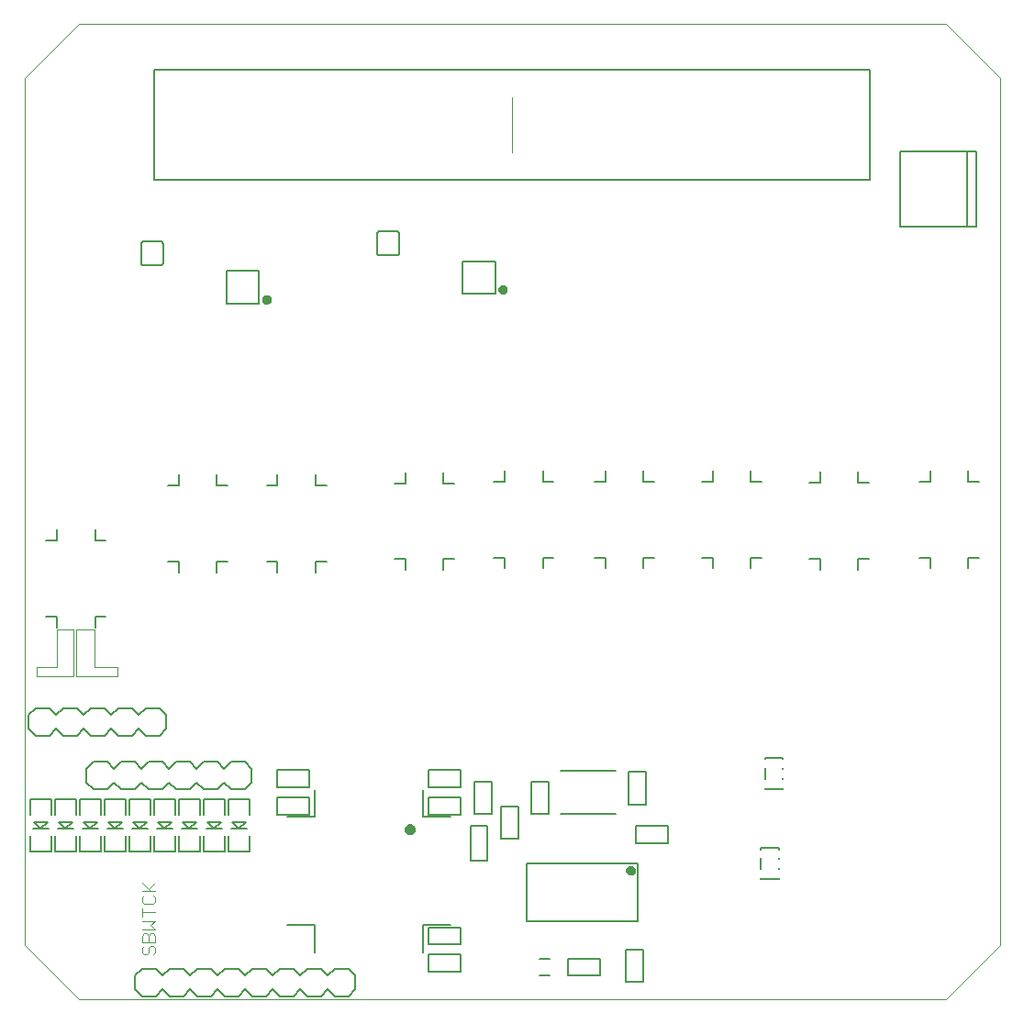
<source format=gto>
G75*
%MOIN*%
%OFA0B0*%
%FSLAX25Y25*%
%IPPOS*%
%LPD*%
%AMOC8*
5,1,8,0,0,1.08239X$1,22.5*
%
%ADD10C,0.01600*%
%ADD11C,0.00400*%
%ADD12C,0.00800*%
%ADD13C,0.00000*%
%ADD14C,0.00500*%
%ADD15C,0.02000*%
%ADD16C,0.01969*%
%ADD17C,0.00600*%
D10*
X0098100Y0265867D02*
X0098102Y0265923D01*
X0098108Y0265980D01*
X0098118Y0266035D01*
X0098132Y0266090D01*
X0098149Y0266144D01*
X0098171Y0266196D01*
X0098196Y0266246D01*
X0098224Y0266295D01*
X0098256Y0266342D01*
X0098291Y0266386D01*
X0098329Y0266428D01*
X0098370Y0266467D01*
X0098414Y0266502D01*
X0098460Y0266535D01*
X0098508Y0266564D01*
X0098558Y0266590D01*
X0098610Y0266613D01*
X0098664Y0266631D01*
X0098718Y0266646D01*
X0098773Y0266657D01*
X0098829Y0266664D01*
X0098886Y0266667D01*
X0098942Y0266666D01*
X0098999Y0266661D01*
X0099054Y0266652D01*
X0099109Y0266639D01*
X0099163Y0266622D01*
X0099216Y0266602D01*
X0099267Y0266578D01*
X0099316Y0266550D01*
X0099363Y0266519D01*
X0099408Y0266485D01*
X0099451Y0266447D01*
X0099490Y0266407D01*
X0099527Y0266364D01*
X0099560Y0266319D01*
X0099590Y0266271D01*
X0099617Y0266221D01*
X0099640Y0266170D01*
X0099660Y0266117D01*
X0099676Y0266063D01*
X0099688Y0266007D01*
X0099696Y0265952D01*
X0099700Y0265895D01*
X0099700Y0265839D01*
X0099696Y0265782D01*
X0099688Y0265727D01*
X0099676Y0265671D01*
X0099660Y0265617D01*
X0099640Y0265564D01*
X0099617Y0265513D01*
X0099590Y0265463D01*
X0099560Y0265415D01*
X0099527Y0265370D01*
X0099490Y0265327D01*
X0099451Y0265287D01*
X0099408Y0265249D01*
X0099363Y0265215D01*
X0099316Y0265184D01*
X0099267Y0265156D01*
X0099216Y0265132D01*
X0099163Y0265112D01*
X0099109Y0265095D01*
X0099054Y0265082D01*
X0098999Y0265073D01*
X0098942Y0265068D01*
X0098886Y0265067D01*
X0098829Y0265070D01*
X0098773Y0265077D01*
X0098718Y0265088D01*
X0098664Y0265103D01*
X0098610Y0265121D01*
X0098558Y0265144D01*
X0098508Y0265170D01*
X0098460Y0265199D01*
X0098414Y0265232D01*
X0098370Y0265267D01*
X0098329Y0265306D01*
X0098291Y0265348D01*
X0098256Y0265392D01*
X0098224Y0265439D01*
X0098196Y0265488D01*
X0098171Y0265538D01*
X0098149Y0265590D01*
X0098132Y0265644D01*
X0098118Y0265699D01*
X0098108Y0265754D01*
X0098102Y0265811D01*
X0098100Y0265867D01*
X0183900Y0269467D02*
X0183902Y0269523D01*
X0183908Y0269580D01*
X0183918Y0269635D01*
X0183932Y0269690D01*
X0183949Y0269744D01*
X0183971Y0269796D01*
X0183996Y0269846D01*
X0184024Y0269895D01*
X0184056Y0269942D01*
X0184091Y0269986D01*
X0184129Y0270028D01*
X0184170Y0270067D01*
X0184214Y0270102D01*
X0184260Y0270135D01*
X0184308Y0270164D01*
X0184358Y0270190D01*
X0184410Y0270213D01*
X0184464Y0270231D01*
X0184518Y0270246D01*
X0184573Y0270257D01*
X0184629Y0270264D01*
X0184686Y0270267D01*
X0184742Y0270266D01*
X0184799Y0270261D01*
X0184854Y0270252D01*
X0184909Y0270239D01*
X0184963Y0270222D01*
X0185016Y0270202D01*
X0185067Y0270178D01*
X0185116Y0270150D01*
X0185163Y0270119D01*
X0185208Y0270085D01*
X0185251Y0270047D01*
X0185290Y0270007D01*
X0185327Y0269964D01*
X0185360Y0269919D01*
X0185390Y0269871D01*
X0185417Y0269821D01*
X0185440Y0269770D01*
X0185460Y0269717D01*
X0185476Y0269663D01*
X0185488Y0269607D01*
X0185496Y0269552D01*
X0185500Y0269495D01*
X0185500Y0269439D01*
X0185496Y0269382D01*
X0185488Y0269327D01*
X0185476Y0269271D01*
X0185460Y0269217D01*
X0185440Y0269164D01*
X0185417Y0269113D01*
X0185390Y0269063D01*
X0185360Y0269015D01*
X0185327Y0268970D01*
X0185290Y0268927D01*
X0185251Y0268887D01*
X0185208Y0268849D01*
X0185163Y0268815D01*
X0185116Y0268784D01*
X0185067Y0268756D01*
X0185016Y0268732D01*
X0184963Y0268712D01*
X0184909Y0268695D01*
X0184854Y0268682D01*
X0184799Y0268673D01*
X0184742Y0268668D01*
X0184686Y0268667D01*
X0184629Y0268670D01*
X0184573Y0268677D01*
X0184518Y0268688D01*
X0184464Y0268703D01*
X0184410Y0268721D01*
X0184358Y0268744D01*
X0184308Y0268770D01*
X0184260Y0268799D01*
X0184214Y0268832D01*
X0184170Y0268867D01*
X0184129Y0268906D01*
X0184091Y0268948D01*
X0184056Y0268992D01*
X0184024Y0269039D01*
X0183996Y0269088D01*
X0183971Y0269138D01*
X0183949Y0269190D01*
X0183932Y0269244D01*
X0183918Y0269299D01*
X0183908Y0269354D01*
X0183902Y0269411D01*
X0183900Y0269467D01*
D11*
X0044900Y0132367D02*
X0044900Y0128867D01*
X0029900Y0128867D01*
X0029900Y0145867D01*
X0036400Y0145867D01*
X0036400Y0132367D01*
X0044900Y0132367D01*
X0028900Y0128867D02*
X0028900Y0145867D01*
X0022900Y0145867D01*
X0022900Y0132367D01*
X0015400Y0132367D01*
X0015400Y0128867D01*
X0028900Y0128867D01*
X0053796Y0053956D02*
X0056865Y0050886D01*
X0056098Y0051654D02*
X0058400Y0053956D01*
X0058400Y0050886D02*
X0053796Y0050886D01*
X0054563Y0049352D02*
X0053796Y0048584D01*
X0053796Y0047050D01*
X0054563Y0046282D01*
X0057633Y0046282D01*
X0058400Y0047050D01*
X0058400Y0048584D01*
X0057633Y0049352D01*
X0053796Y0044748D02*
X0053796Y0041678D01*
X0053796Y0040144D02*
X0058400Y0040144D01*
X0056865Y0038609D01*
X0058400Y0037075D01*
X0053796Y0037075D01*
X0054563Y0035540D02*
X0055331Y0035540D01*
X0056098Y0034773D01*
X0056098Y0032471D01*
X0056865Y0030936D02*
X0057633Y0030936D01*
X0058400Y0030169D01*
X0058400Y0028634D01*
X0057633Y0027867D01*
X0056098Y0028634D02*
X0056098Y0030169D01*
X0056865Y0030936D01*
X0058400Y0032471D02*
X0053796Y0032471D01*
X0053796Y0034773D01*
X0054563Y0035540D01*
X0056098Y0034773D02*
X0056865Y0035540D01*
X0057633Y0035540D01*
X0058400Y0034773D01*
X0058400Y0032471D01*
X0054563Y0030936D02*
X0053796Y0030169D01*
X0053796Y0028634D01*
X0054563Y0027867D01*
X0055331Y0027867D01*
X0056098Y0028634D01*
X0058400Y0043213D02*
X0053796Y0043213D01*
D12*
X0053600Y0022667D02*
X0051100Y0020167D01*
X0051100Y0015167D01*
X0053600Y0012667D01*
X0058600Y0012667D01*
X0061100Y0015167D01*
X0063600Y0012667D01*
X0068600Y0012667D01*
X0071100Y0015167D01*
X0073600Y0012667D01*
X0078600Y0012667D01*
X0081100Y0015167D01*
X0083600Y0012667D01*
X0088600Y0012667D01*
X0091100Y0015167D01*
X0093600Y0012667D01*
X0098600Y0012667D01*
X0101100Y0015167D01*
X0103600Y0012667D01*
X0108600Y0012667D01*
X0111100Y0015167D01*
X0113600Y0012667D01*
X0118600Y0012667D01*
X0121100Y0015167D01*
X0123600Y0012667D01*
X0128600Y0012667D01*
X0131100Y0015167D01*
X0131100Y0020167D01*
X0128600Y0022667D01*
X0123600Y0022667D01*
X0121100Y0020167D01*
X0118600Y0022667D01*
X0113600Y0022667D01*
X0111100Y0020167D01*
X0108600Y0022667D01*
X0103600Y0022667D01*
X0101100Y0020167D01*
X0098600Y0022667D01*
X0093600Y0022667D01*
X0091100Y0020167D01*
X0088600Y0022667D01*
X0083600Y0022667D01*
X0081100Y0020167D01*
X0078600Y0022667D01*
X0073600Y0022667D01*
X0071100Y0020167D01*
X0068600Y0022667D01*
X0063600Y0022667D01*
X0061100Y0020167D01*
X0058600Y0022667D01*
X0053600Y0022667D01*
X0056837Y0065418D02*
X0048963Y0065418D01*
X0048963Y0070930D01*
X0047837Y0070930D02*
X0047837Y0065418D01*
X0039963Y0065418D01*
X0039963Y0070930D01*
X0038837Y0070930D02*
X0038837Y0065418D01*
X0030963Y0065418D01*
X0030963Y0070930D01*
X0029837Y0070930D02*
X0029837Y0065418D01*
X0021963Y0065418D01*
X0021963Y0070930D01*
X0020837Y0070930D02*
X0020837Y0065418D01*
X0012963Y0065418D01*
X0012963Y0070930D01*
X0014144Y0073686D02*
X0016900Y0073686D01*
X0014538Y0076048D01*
X0019262Y0076048D01*
X0016900Y0073686D01*
X0019656Y0073686D01*
X0023144Y0073686D02*
X0025900Y0073686D01*
X0023538Y0076048D01*
X0028262Y0076048D01*
X0025900Y0073686D01*
X0028656Y0073686D01*
X0032144Y0073686D02*
X0034900Y0073686D01*
X0032538Y0076048D01*
X0037262Y0076048D01*
X0034900Y0073686D01*
X0037656Y0073686D01*
X0041144Y0073686D02*
X0043900Y0073686D01*
X0041538Y0076048D01*
X0046262Y0076048D01*
X0043900Y0073686D01*
X0046656Y0073686D01*
X0050144Y0073686D02*
X0052900Y0073686D01*
X0050538Y0076048D01*
X0055262Y0076048D01*
X0052900Y0073686D01*
X0055656Y0073686D01*
X0056837Y0070930D02*
X0056837Y0065418D01*
X0057963Y0065418D02*
X0057963Y0070930D01*
X0059144Y0073686D02*
X0061900Y0073686D01*
X0059538Y0076048D01*
X0064262Y0076048D01*
X0061900Y0073686D01*
X0064656Y0073686D01*
X0065837Y0070930D02*
X0065837Y0065418D01*
X0057963Y0065418D01*
X0066963Y0065418D02*
X0066963Y0070930D01*
X0068144Y0073686D02*
X0070900Y0073686D01*
X0068538Y0076048D01*
X0073262Y0076048D01*
X0070900Y0073686D01*
X0073656Y0073686D01*
X0074837Y0070930D02*
X0074837Y0065418D01*
X0066963Y0065418D01*
X0075963Y0065418D02*
X0075963Y0070930D01*
X0077144Y0073686D02*
X0079900Y0073686D01*
X0077538Y0076048D01*
X0082262Y0076048D01*
X0079900Y0073686D01*
X0082656Y0073686D01*
X0083837Y0070930D02*
X0083837Y0065418D01*
X0075963Y0065418D01*
X0084963Y0065418D02*
X0084963Y0070930D01*
X0086144Y0073686D02*
X0088900Y0073686D01*
X0086538Y0076048D01*
X0091262Y0076048D01*
X0088900Y0073686D01*
X0091656Y0073686D01*
X0092837Y0070930D02*
X0092837Y0065418D01*
X0084963Y0065418D01*
X0084963Y0078804D02*
X0084963Y0084315D01*
X0092837Y0084315D01*
X0092837Y0078804D01*
X0083837Y0078804D02*
X0083837Y0084315D01*
X0075963Y0084315D01*
X0075963Y0078804D01*
X0074837Y0078804D02*
X0074837Y0084315D01*
X0066963Y0084315D01*
X0066963Y0078804D01*
X0065837Y0078804D02*
X0065837Y0084315D01*
X0057963Y0084315D01*
X0057963Y0078804D01*
X0056837Y0078804D02*
X0056837Y0084315D01*
X0048963Y0084315D01*
X0048963Y0078804D01*
X0047837Y0078804D02*
X0047837Y0084315D01*
X0039963Y0084315D01*
X0039963Y0078804D01*
X0038837Y0078804D02*
X0038837Y0084315D01*
X0030963Y0084315D01*
X0030963Y0078804D01*
X0029837Y0078804D02*
X0029837Y0084315D01*
X0021963Y0084315D01*
X0021963Y0078804D01*
X0020837Y0078804D02*
X0020837Y0084315D01*
X0012963Y0084315D01*
X0012963Y0078804D01*
X0033500Y0090467D02*
X0033500Y0095467D01*
X0036000Y0097967D01*
X0041000Y0097967D01*
X0043500Y0095467D01*
X0046000Y0097967D01*
X0051000Y0097967D01*
X0053500Y0095467D01*
X0056000Y0097967D01*
X0061000Y0097967D01*
X0063500Y0095467D01*
X0066000Y0097967D01*
X0071000Y0097967D01*
X0073500Y0095467D01*
X0076000Y0097967D01*
X0081000Y0097967D01*
X0083500Y0095467D01*
X0086000Y0097967D01*
X0091000Y0097967D01*
X0093500Y0095467D01*
X0093500Y0090467D01*
X0091000Y0087967D01*
X0086000Y0087967D01*
X0083500Y0090467D01*
X0081000Y0087967D01*
X0076000Y0087967D01*
X0073500Y0090467D01*
X0071000Y0087967D01*
X0066000Y0087967D01*
X0063500Y0090467D01*
X0061000Y0087967D01*
X0056000Y0087967D01*
X0053500Y0090467D01*
X0051000Y0087967D01*
X0046000Y0087967D01*
X0043500Y0090467D01*
X0041000Y0087967D01*
X0036000Y0087967D01*
X0033500Y0090467D01*
X0035000Y0107467D02*
X0032500Y0109967D01*
X0030000Y0107467D01*
X0025000Y0107467D01*
X0022500Y0109967D01*
X0020000Y0107467D01*
X0015000Y0107467D01*
X0012500Y0109967D01*
X0012500Y0114967D01*
X0015000Y0117467D01*
X0020000Y0117467D01*
X0022500Y0114967D01*
X0025000Y0117467D01*
X0030000Y0117467D01*
X0032500Y0114967D01*
X0035000Y0117467D01*
X0040000Y0117467D01*
X0042500Y0114967D01*
X0045000Y0117467D01*
X0050000Y0117467D01*
X0052500Y0114967D01*
X0055000Y0117467D01*
X0060000Y0117467D01*
X0062500Y0114967D01*
X0062500Y0109967D01*
X0060000Y0107467D01*
X0055000Y0107467D01*
X0052500Y0109967D01*
X0050000Y0107467D01*
X0045000Y0107467D01*
X0042500Y0109967D01*
X0040000Y0107467D01*
X0035000Y0107467D01*
X0058100Y0309178D02*
X0318100Y0309178D01*
X0318100Y0349178D01*
X0058100Y0349178D01*
X0058100Y0309178D01*
X0329114Y0319736D02*
X0329114Y0292177D01*
X0353524Y0292177D01*
X0353524Y0319736D01*
X0356673Y0319736D01*
X0356673Y0292177D01*
X0353524Y0292177D01*
X0353524Y0319736D02*
X0329114Y0319736D01*
D13*
X0030629Y0011507D02*
X0010944Y0031192D01*
X0010944Y0346152D01*
X0030629Y0365837D01*
X0345590Y0365837D01*
X0365275Y0346152D01*
X0365275Y0031192D01*
X0345590Y0011507D01*
X0030629Y0011507D01*
X0058110Y0309184D02*
X0318110Y0309184D01*
X0318110Y0349184D01*
X0058110Y0349184D01*
X0058110Y0309184D01*
X0188100Y0319178D02*
X0188100Y0339178D01*
D14*
X0182006Y0279772D02*
X0170194Y0279772D01*
X0170194Y0267961D01*
X0182006Y0267961D01*
X0182006Y0279772D01*
X0185510Y0203583D02*
X0185510Y0199646D01*
X0181573Y0199646D01*
X0167027Y0199046D02*
X0163090Y0199046D01*
X0163090Y0202983D01*
X0149310Y0202983D02*
X0149310Y0199046D01*
X0145373Y0199046D01*
X0120627Y0198246D02*
X0116690Y0198246D01*
X0116690Y0202183D01*
X0102910Y0202183D02*
X0102910Y0198246D01*
X0098973Y0198246D01*
X0084727Y0198246D02*
X0080790Y0198246D01*
X0080790Y0202183D01*
X0067010Y0202183D02*
X0067010Y0198246D01*
X0063073Y0198246D01*
X0040527Y0178246D02*
X0036590Y0178246D01*
X0036590Y0182183D01*
X0022810Y0182183D02*
X0022810Y0178246D01*
X0018873Y0178246D01*
X0018873Y0150687D02*
X0022810Y0150687D01*
X0022810Y0146750D01*
X0036590Y0146750D02*
X0036590Y0150687D01*
X0040527Y0150687D01*
X0063073Y0170687D02*
X0067010Y0170687D01*
X0067010Y0166750D01*
X0080790Y0166750D02*
X0080790Y0170687D01*
X0084727Y0170687D01*
X0098973Y0170687D02*
X0102910Y0170687D01*
X0102910Y0166750D01*
X0116690Y0166750D02*
X0116690Y0170687D01*
X0120627Y0170687D01*
X0145373Y0171487D02*
X0149310Y0171487D01*
X0149310Y0167550D01*
X0163090Y0167550D02*
X0163090Y0171487D01*
X0167027Y0171487D01*
X0181573Y0172087D02*
X0185510Y0172087D01*
X0185510Y0168150D01*
X0199290Y0168150D02*
X0199290Y0172087D01*
X0203227Y0172087D01*
X0218073Y0172087D02*
X0222010Y0172087D01*
X0222010Y0168150D01*
X0235790Y0168150D02*
X0235790Y0172087D01*
X0239727Y0172087D01*
X0257073Y0172087D02*
X0261010Y0172087D01*
X0261010Y0168150D01*
X0274790Y0168150D02*
X0274790Y0172087D01*
X0278727Y0172087D01*
X0296073Y0171687D02*
X0300010Y0171687D01*
X0300010Y0167750D01*
X0313790Y0167750D02*
X0313790Y0171687D01*
X0317727Y0171687D01*
X0336073Y0172087D02*
X0340010Y0172087D01*
X0340010Y0168150D01*
X0353790Y0168150D02*
X0353790Y0172087D01*
X0357727Y0172087D01*
X0357727Y0199646D02*
X0353790Y0199646D01*
X0353790Y0203583D01*
X0340010Y0203583D02*
X0340010Y0199646D01*
X0336073Y0199646D01*
X0317727Y0199246D02*
X0313790Y0199246D01*
X0313790Y0203183D01*
X0300010Y0203183D02*
X0300010Y0199246D01*
X0296073Y0199246D01*
X0278727Y0199646D02*
X0274790Y0199646D01*
X0274790Y0203583D01*
X0261010Y0203583D02*
X0261010Y0199646D01*
X0257073Y0199646D01*
X0239727Y0199646D02*
X0235790Y0199646D01*
X0235790Y0203583D01*
X0222010Y0203583D02*
X0222010Y0199646D01*
X0218073Y0199646D01*
X0203227Y0199646D02*
X0199290Y0199646D01*
X0199290Y0203583D01*
X0096206Y0264361D02*
X0096206Y0276172D01*
X0084394Y0276172D01*
X0084394Y0264361D01*
X0096206Y0264361D01*
X0102714Y0094881D02*
X0114525Y0094881D01*
X0114525Y0088582D01*
X0102714Y0088582D01*
X0102714Y0094881D01*
X0102714Y0085038D02*
X0114525Y0085038D01*
X0114525Y0078739D01*
X0102714Y0078739D01*
X0102714Y0085038D01*
X0106572Y0077952D02*
X0116415Y0077952D01*
X0116415Y0087794D01*
X0155785Y0087794D02*
X0155785Y0077952D01*
X0165628Y0077952D01*
X0169486Y0078739D02*
X0157675Y0078739D01*
X0157675Y0085038D01*
X0169486Y0085038D01*
X0169486Y0078739D01*
X0174289Y0078857D02*
X0180588Y0078857D01*
X0180588Y0090668D01*
X0174289Y0090668D01*
X0174289Y0078857D01*
X0173147Y0074566D02*
X0173147Y0061967D01*
X0179053Y0061967D01*
X0179053Y0074566D01*
X0173147Y0074566D01*
X0184131Y0069999D02*
X0190431Y0069999D01*
X0190431Y0081810D01*
X0184131Y0081810D01*
X0184131Y0069999D01*
X0194958Y0078857D02*
X0201257Y0078857D01*
X0201257Y0090668D01*
X0194958Y0090668D01*
X0194958Y0078857D01*
X0205903Y0078857D02*
X0225588Y0078857D01*
X0230391Y0082460D02*
X0230391Y0094271D01*
X0236691Y0094271D01*
X0236691Y0082460D01*
X0230391Y0082460D01*
X0232970Y0074704D02*
X0232970Y0068404D01*
X0244781Y0068404D01*
X0244781Y0074704D01*
X0232970Y0074704D01*
X0233679Y0060826D02*
X0193521Y0060826D01*
X0193521Y0039960D01*
X0233679Y0039960D01*
X0233679Y0060826D01*
X0235706Y0029802D02*
X0229407Y0029802D01*
X0229407Y0017991D01*
X0235706Y0017991D01*
X0235706Y0029802D01*
X0220175Y0026475D02*
X0220175Y0020176D01*
X0208364Y0020176D01*
X0208364Y0026475D01*
X0220175Y0026475D01*
X0201631Y0026475D02*
X0198187Y0026475D01*
X0198187Y0020176D02*
X0201631Y0020176D01*
X0169486Y0021652D02*
X0157675Y0021652D01*
X0157675Y0027952D01*
X0169486Y0027952D01*
X0169486Y0021652D01*
X0169486Y0031495D02*
X0157675Y0031495D01*
X0157675Y0037794D01*
X0169486Y0037794D01*
X0169486Y0031495D01*
X0165628Y0038582D02*
X0155785Y0038582D01*
X0155785Y0028739D01*
X0116415Y0028739D02*
X0116415Y0038582D01*
X0106572Y0038582D01*
X0157675Y0088582D02*
X0157675Y0094881D01*
X0169486Y0094881D01*
X0169486Y0088582D01*
X0157675Y0088582D01*
X0205903Y0094605D02*
X0225588Y0094605D01*
D15*
X0150100Y0073267D02*
X0150102Y0073330D01*
X0150108Y0073392D01*
X0150118Y0073454D01*
X0150131Y0073516D01*
X0150149Y0073576D01*
X0150170Y0073635D01*
X0150195Y0073693D01*
X0150224Y0073749D01*
X0150256Y0073803D01*
X0150291Y0073855D01*
X0150329Y0073904D01*
X0150371Y0073952D01*
X0150415Y0073996D01*
X0150463Y0074038D01*
X0150512Y0074076D01*
X0150564Y0074111D01*
X0150618Y0074143D01*
X0150674Y0074172D01*
X0150732Y0074197D01*
X0150791Y0074218D01*
X0150851Y0074236D01*
X0150913Y0074249D01*
X0150975Y0074259D01*
X0151037Y0074265D01*
X0151100Y0074267D01*
X0151163Y0074265D01*
X0151225Y0074259D01*
X0151287Y0074249D01*
X0151349Y0074236D01*
X0151409Y0074218D01*
X0151468Y0074197D01*
X0151526Y0074172D01*
X0151582Y0074143D01*
X0151636Y0074111D01*
X0151688Y0074076D01*
X0151737Y0074038D01*
X0151785Y0073996D01*
X0151829Y0073952D01*
X0151871Y0073904D01*
X0151909Y0073855D01*
X0151944Y0073803D01*
X0151976Y0073749D01*
X0152005Y0073693D01*
X0152030Y0073635D01*
X0152051Y0073576D01*
X0152069Y0073516D01*
X0152082Y0073454D01*
X0152092Y0073392D01*
X0152098Y0073330D01*
X0152100Y0073267D01*
X0152098Y0073204D01*
X0152092Y0073142D01*
X0152082Y0073080D01*
X0152069Y0073018D01*
X0152051Y0072958D01*
X0152030Y0072899D01*
X0152005Y0072841D01*
X0151976Y0072785D01*
X0151944Y0072731D01*
X0151909Y0072679D01*
X0151871Y0072630D01*
X0151829Y0072582D01*
X0151785Y0072538D01*
X0151737Y0072496D01*
X0151688Y0072458D01*
X0151636Y0072423D01*
X0151582Y0072391D01*
X0151526Y0072362D01*
X0151468Y0072337D01*
X0151409Y0072316D01*
X0151349Y0072298D01*
X0151287Y0072285D01*
X0151225Y0072275D01*
X0151163Y0072269D01*
X0151100Y0072267D01*
X0151037Y0072269D01*
X0150975Y0072275D01*
X0150913Y0072285D01*
X0150851Y0072298D01*
X0150791Y0072316D01*
X0150732Y0072337D01*
X0150674Y0072362D01*
X0150618Y0072391D01*
X0150564Y0072423D01*
X0150512Y0072458D01*
X0150463Y0072496D01*
X0150415Y0072538D01*
X0150371Y0072582D01*
X0150329Y0072630D01*
X0150291Y0072679D01*
X0150256Y0072731D01*
X0150224Y0072785D01*
X0150195Y0072841D01*
X0150170Y0072899D01*
X0150149Y0072958D01*
X0150131Y0073018D01*
X0150118Y0073080D01*
X0150108Y0073142D01*
X0150102Y0073204D01*
X0150100Y0073267D01*
D16*
X0230530Y0058267D02*
X0230532Y0058323D01*
X0230538Y0058378D01*
X0230548Y0058432D01*
X0230561Y0058486D01*
X0230579Y0058539D01*
X0230600Y0058590D01*
X0230624Y0058640D01*
X0230652Y0058688D01*
X0230684Y0058734D01*
X0230718Y0058778D01*
X0230756Y0058819D01*
X0230796Y0058857D01*
X0230839Y0058892D01*
X0230884Y0058924D01*
X0230932Y0058953D01*
X0230981Y0058979D01*
X0231032Y0059001D01*
X0231084Y0059019D01*
X0231138Y0059033D01*
X0231193Y0059044D01*
X0231248Y0059051D01*
X0231303Y0059054D01*
X0231359Y0059053D01*
X0231414Y0059048D01*
X0231469Y0059039D01*
X0231523Y0059027D01*
X0231576Y0059010D01*
X0231628Y0058990D01*
X0231678Y0058966D01*
X0231726Y0058939D01*
X0231773Y0058909D01*
X0231817Y0058875D01*
X0231859Y0058838D01*
X0231897Y0058798D01*
X0231934Y0058756D01*
X0231967Y0058711D01*
X0231996Y0058665D01*
X0232023Y0058616D01*
X0232045Y0058565D01*
X0232065Y0058513D01*
X0232080Y0058459D01*
X0232092Y0058405D01*
X0232100Y0058350D01*
X0232104Y0058295D01*
X0232104Y0058239D01*
X0232100Y0058184D01*
X0232092Y0058129D01*
X0232080Y0058075D01*
X0232065Y0058021D01*
X0232045Y0057969D01*
X0232023Y0057918D01*
X0231996Y0057869D01*
X0231967Y0057823D01*
X0231934Y0057778D01*
X0231897Y0057736D01*
X0231859Y0057696D01*
X0231817Y0057659D01*
X0231773Y0057625D01*
X0231726Y0057595D01*
X0231678Y0057568D01*
X0231628Y0057544D01*
X0231576Y0057524D01*
X0231523Y0057507D01*
X0231469Y0057495D01*
X0231414Y0057486D01*
X0231359Y0057481D01*
X0231303Y0057480D01*
X0231248Y0057483D01*
X0231193Y0057490D01*
X0231138Y0057501D01*
X0231084Y0057515D01*
X0231032Y0057533D01*
X0230981Y0057555D01*
X0230932Y0057581D01*
X0230884Y0057610D01*
X0230839Y0057642D01*
X0230796Y0057677D01*
X0230756Y0057715D01*
X0230718Y0057756D01*
X0230684Y0057800D01*
X0230652Y0057846D01*
X0230624Y0057894D01*
X0230600Y0057944D01*
X0230579Y0057995D01*
X0230561Y0058048D01*
X0230548Y0058102D01*
X0230538Y0058156D01*
X0230532Y0058211D01*
X0230530Y0058267D01*
D17*
X0278583Y0058832D02*
X0278583Y0062942D01*
X0278583Y0066115D02*
X0278583Y0066485D01*
X0284961Y0066485D01*
X0284961Y0066115D01*
X0284961Y0062942D02*
X0284961Y0062572D01*
X0284961Y0059202D02*
X0284961Y0058832D01*
X0284961Y0055658D02*
X0284961Y0055288D01*
X0278583Y0055288D01*
X0278583Y0055658D01*
X0280183Y0088088D02*
X0280183Y0088458D01*
X0280183Y0088088D02*
X0286561Y0088088D01*
X0286561Y0088458D01*
X0286561Y0091632D02*
X0286561Y0092002D01*
X0286561Y0095372D02*
X0286561Y0095742D01*
X0286561Y0098915D02*
X0286561Y0099285D01*
X0280183Y0099285D01*
X0280183Y0098915D01*
X0280183Y0095742D02*
X0280183Y0091632D01*
X0146100Y0281867D02*
X0140100Y0281867D01*
X0140040Y0281869D01*
X0139979Y0281874D01*
X0139920Y0281883D01*
X0139861Y0281896D01*
X0139802Y0281912D01*
X0139745Y0281932D01*
X0139690Y0281955D01*
X0139635Y0281982D01*
X0139583Y0282011D01*
X0139532Y0282044D01*
X0139483Y0282080D01*
X0139437Y0282118D01*
X0139393Y0282160D01*
X0139351Y0282204D01*
X0139313Y0282250D01*
X0139277Y0282299D01*
X0139244Y0282350D01*
X0139215Y0282402D01*
X0139188Y0282457D01*
X0139165Y0282512D01*
X0139145Y0282569D01*
X0139129Y0282628D01*
X0139116Y0282687D01*
X0139107Y0282746D01*
X0139102Y0282807D01*
X0139100Y0282867D01*
X0139100Y0289667D01*
X0139102Y0289727D01*
X0139107Y0289788D01*
X0139116Y0289847D01*
X0139129Y0289906D01*
X0139145Y0289965D01*
X0139165Y0290022D01*
X0139188Y0290077D01*
X0139215Y0290132D01*
X0139244Y0290184D01*
X0139277Y0290235D01*
X0139313Y0290284D01*
X0139351Y0290330D01*
X0139393Y0290374D01*
X0139437Y0290416D01*
X0139483Y0290454D01*
X0139532Y0290490D01*
X0139583Y0290523D01*
X0139635Y0290552D01*
X0139690Y0290579D01*
X0139745Y0290602D01*
X0139802Y0290622D01*
X0139861Y0290638D01*
X0139920Y0290651D01*
X0139979Y0290660D01*
X0140040Y0290665D01*
X0140100Y0290667D01*
X0146100Y0290667D01*
X0146160Y0290665D01*
X0146221Y0290660D01*
X0146280Y0290651D01*
X0146339Y0290638D01*
X0146398Y0290622D01*
X0146455Y0290602D01*
X0146510Y0290579D01*
X0146565Y0290552D01*
X0146617Y0290523D01*
X0146668Y0290490D01*
X0146717Y0290454D01*
X0146763Y0290416D01*
X0146807Y0290374D01*
X0146849Y0290330D01*
X0146887Y0290284D01*
X0146923Y0290235D01*
X0146956Y0290184D01*
X0146985Y0290132D01*
X0147012Y0290077D01*
X0147035Y0290022D01*
X0147055Y0289965D01*
X0147071Y0289906D01*
X0147084Y0289847D01*
X0147093Y0289788D01*
X0147098Y0289727D01*
X0147100Y0289667D01*
X0147100Y0282867D01*
X0147098Y0282807D01*
X0147093Y0282746D01*
X0147084Y0282687D01*
X0147071Y0282628D01*
X0147055Y0282569D01*
X0147035Y0282512D01*
X0147012Y0282457D01*
X0146985Y0282402D01*
X0146956Y0282350D01*
X0146923Y0282299D01*
X0146887Y0282250D01*
X0146849Y0282204D01*
X0146807Y0282160D01*
X0146763Y0282118D01*
X0146717Y0282080D01*
X0146668Y0282044D01*
X0146617Y0282011D01*
X0146565Y0281982D01*
X0146510Y0281955D01*
X0146455Y0281932D01*
X0146398Y0281912D01*
X0146339Y0281896D01*
X0146280Y0281883D01*
X0146221Y0281874D01*
X0146160Y0281869D01*
X0146100Y0281867D01*
X0061300Y0279267D02*
X0061300Y0286067D01*
X0061298Y0286127D01*
X0061293Y0286188D01*
X0061284Y0286247D01*
X0061271Y0286306D01*
X0061255Y0286365D01*
X0061235Y0286422D01*
X0061212Y0286477D01*
X0061185Y0286532D01*
X0061156Y0286584D01*
X0061123Y0286635D01*
X0061087Y0286684D01*
X0061049Y0286730D01*
X0061007Y0286774D01*
X0060963Y0286816D01*
X0060917Y0286854D01*
X0060868Y0286890D01*
X0060817Y0286923D01*
X0060765Y0286952D01*
X0060710Y0286979D01*
X0060655Y0287002D01*
X0060598Y0287022D01*
X0060539Y0287038D01*
X0060480Y0287051D01*
X0060421Y0287060D01*
X0060360Y0287065D01*
X0060300Y0287067D01*
X0054300Y0287067D01*
X0054240Y0287065D01*
X0054179Y0287060D01*
X0054120Y0287051D01*
X0054061Y0287038D01*
X0054002Y0287022D01*
X0053945Y0287002D01*
X0053890Y0286979D01*
X0053835Y0286952D01*
X0053783Y0286923D01*
X0053732Y0286890D01*
X0053683Y0286854D01*
X0053637Y0286816D01*
X0053593Y0286774D01*
X0053551Y0286730D01*
X0053513Y0286684D01*
X0053477Y0286635D01*
X0053444Y0286584D01*
X0053415Y0286532D01*
X0053388Y0286477D01*
X0053365Y0286422D01*
X0053345Y0286365D01*
X0053329Y0286306D01*
X0053316Y0286247D01*
X0053307Y0286188D01*
X0053302Y0286127D01*
X0053300Y0286067D01*
X0053300Y0279267D01*
X0053302Y0279207D01*
X0053307Y0279146D01*
X0053316Y0279087D01*
X0053329Y0279028D01*
X0053345Y0278969D01*
X0053365Y0278912D01*
X0053388Y0278857D01*
X0053415Y0278802D01*
X0053444Y0278750D01*
X0053477Y0278699D01*
X0053513Y0278650D01*
X0053551Y0278604D01*
X0053593Y0278560D01*
X0053637Y0278518D01*
X0053683Y0278480D01*
X0053732Y0278444D01*
X0053783Y0278411D01*
X0053835Y0278382D01*
X0053890Y0278355D01*
X0053945Y0278332D01*
X0054002Y0278312D01*
X0054061Y0278296D01*
X0054120Y0278283D01*
X0054179Y0278274D01*
X0054240Y0278269D01*
X0054300Y0278267D01*
X0060300Y0278267D01*
X0060360Y0278269D01*
X0060421Y0278274D01*
X0060480Y0278283D01*
X0060539Y0278296D01*
X0060598Y0278312D01*
X0060655Y0278332D01*
X0060710Y0278355D01*
X0060765Y0278382D01*
X0060817Y0278411D01*
X0060868Y0278444D01*
X0060917Y0278480D01*
X0060963Y0278518D01*
X0061007Y0278560D01*
X0061049Y0278604D01*
X0061087Y0278650D01*
X0061123Y0278699D01*
X0061156Y0278750D01*
X0061185Y0278802D01*
X0061212Y0278857D01*
X0061235Y0278912D01*
X0061255Y0278969D01*
X0061271Y0279028D01*
X0061284Y0279087D01*
X0061293Y0279146D01*
X0061298Y0279207D01*
X0061300Y0279267D01*
M02*

</source>
